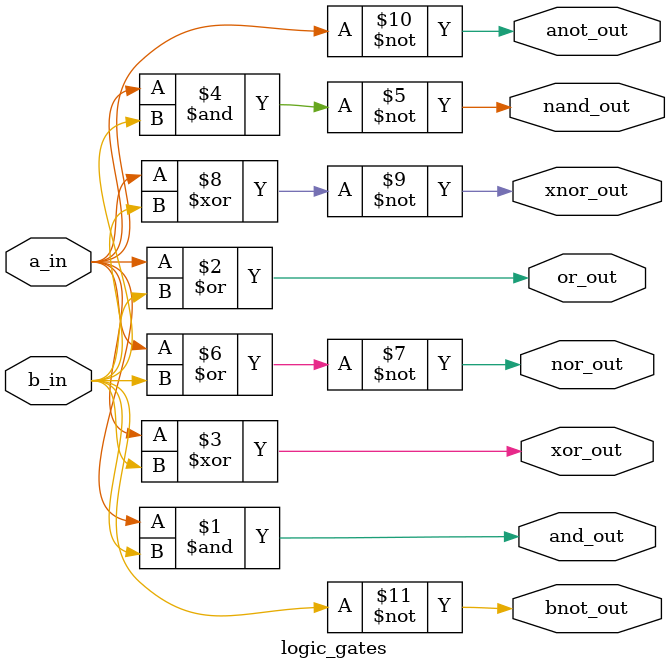
<source format=v>
`timescale 1ns / 1ps


module logic_gates(a_in, b_in,and_out, or_out, xor_out, anot_out, bnot_out, nand_out, nor_out, xnor_out
    );
    input a_in, b_in;
    output and_out, or_out, xor_out, anot_out, bnot_out, nand_out, nor_out, xnor_out;
    and(and_out,a_in,b_in);    
    or(or_out,a_in,b_in);
    xor(xor_out,a_in,b_in);
    not(anot_out,a_in);
    not(bnot_out,b_in);
    nand(nand_out,a_in,b_in);
    nor(nor_out,a_in,b_in);
    xnor(xnor_out,a_in,b_in);
endmodule

</source>
